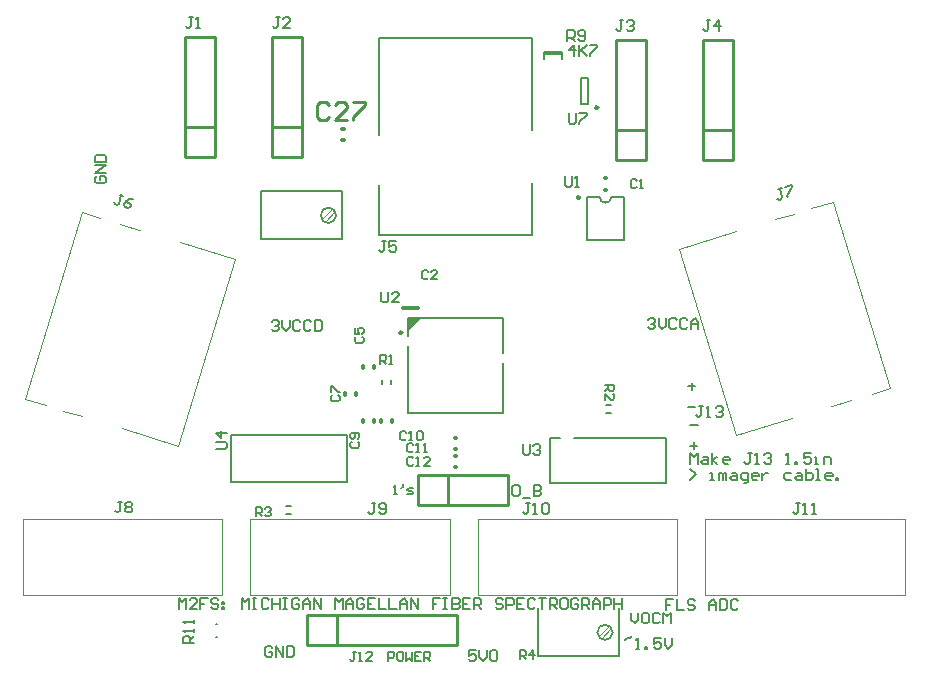
<source format=gto>
%FSLAX25Y25*%
%MOIN*%
G70*
G01*
G75*
G04 Layer_Color=65535*
%ADD10C,0.00605*%
%ADD11R,0.03347X0.05118*%
%ADD12R,0.07087X0.06299*%
%ADD13C,0.02000*%
%ADD14R,0.01378X0.05512*%
%ADD15R,0.15000X0.08500*%
%ADD16R,0.02756X0.01575*%
%ADD17R,0.03543X0.02756*%
%ADD18R,0.06496X0.00984*%
%ADD19R,0.06496X0.00984*%
%ADD20R,0.06000X0.06000*%
%ADD21R,0.02756X0.03543*%
%ADD22R,0.05000X0.06000*%
%ADD23R,0.06000X0.05000*%
%ADD24C,0.00800*%
%ADD25C,0.02000*%
%ADD26C,0.00425*%
%ADD27C,0.00500*%
%ADD28C,0.00400*%
%ADD29C,0.00600*%
%ADD30C,0.05000*%
%ADD31R,0.05906X0.05906*%
%ADD32C,0.05906*%
%ADD33C,0.14000*%
%ADD34C,0.07400*%
%ADD35P,0.08352X4X152.0*%
%ADD36P,0.08352X4X298.0*%
%ADD37R,0.02362X0.03740*%
%ADD38C,0.03000*%
%ADD39C,0.04000*%
%ADD40P,0.02165X8X22.5*%
%ADD41R,0.03740X0.02362*%
%ADD42R,0.03937X0.03937*%
%ADD43C,0.03937*%
G04:AMPARAMS|DCode=44|XSize=78.74mil|YSize=78.74mil|CornerRadius=19.69mil|HoleSize=0mil|Usage=FLASHONLY|Rotation=0.000|XOffset=0mil|YOffset=0mil|HoleType=Round|Shape=RoundedRectangle|*
%AMROUNDEDRECTD44*
21,1,0.07874,0.03937,0,0,0.0*
21,1,0.03937,0.07874,0,0,0.0*
1,1,0.03937,0.01969,-0.01969*
1,1,0.03937,-0.01969,-0.01969*
1,1,0.03937,-0.01969,0.01969*
1,1,0.03937,0.01969,0.01969*
%
%ADD44ROUNDEDRECTD44*%
%ADD45C,0.03500*%
%ADD46R,0.05200X0.05200*%
%ADD47C,0.05200*%
%ADD48R,0.05200X0.05200*%
%ADD49R,0.02000X0.02000*%
%ADD50C,0.13000*%
%ADD51C,0.01800*%
%ADD52C,0.04000*%
%ADD53C,0.02800*%
%ADD54C,0.04500*%
%ADD55C,0.05543*%
%ADD56C,0.14800*%
%ADD57C,0.08200*%
%ADD58C,0.05500*%
G04:AMPARAMS|DCode=59|XSize=68mil|YSize=68mil|CornerRadius=0mil|HoleSize=0mil|Usage=FLASHONLY|Rotation=0.000|XOffset=0mil|YOffset=0mil|HoleType=Round|Shape=Relief|Width=10mil|Gap=10mil|Entries=4|*
%AMTHD59*
7,0,0,0.06800,0.04800,0.01000,45*
%
%ADD59THD59*%
G04:AMPARAMS|DCode=60|XSize=40mil|YSize=40mil|CornerRadius=0mil|HoleSize=0mil|Usage=FLASHONLY|Rotation=0.000|XOffset=0mil|YOffset=0mil|HoleType=Round|Shape=Relief|Width=6mil|Gap=8mil|Entries=4|*
%AMTHD60*
7,0,0,0.04000,0.02400,0.00600,45*
%
%ADD60THD60*%
G04:AMPARAMS|DCode=61|XSize=52mil|YSize=52mil|CornerRadius=0mil|HoleSize=0mil|Usage=FLASHONLY|Rotation=0.000|XOffset=0mil|YOffset=0mil|HoleType=Round|Shape=Relief|Width=6mil|Gap=8mil|Entries=4|*
%AMTHD61*
7,0,0,0.05200,0.03600,0.00600,45*
%
%ADD61THD61*%
G04:AMPARAMS|DCode=62|XSize=20mil|YSize=20mil|CornerRadius=0mil|HoleSize=0mil|Usage=FLASHONLY|Rotation=0.000|XOffset=0mil|YOffset=0mil|HoleType=Round|Shape=Relief|Width=4mil|Gap=3mil|Entries=4|*
%AMTHD62*
7,0,0,0.02000,0.01400,0.00400,45*
%
%ADD62THD62*%
%ADD63C,0.04913*%
%ADD64C,0.07315*%
%ADD65C,0.04200*%
%ADD66C,0.05800*%
%ADD67C,0.11600*%
%ADD68C,0.00480*%
%ADD69C,0.00390*%
%ADD70R,0.07874X0.08661*%
%ADD71R,0.06000X0.06000*%
%ADD72C,0.02500*%
%ADD73C,0.01500*%
G04:AMPARAMS|DCode=74|XSize=98mil|YSize=98mil|CornerRadius=0mil|HoleSize=0mil|Usage=FLASHONLY|Rotation=0.000|XOffset=0mil|YOffset=0mil|HoleType=Round|Shape=Relief|Width=10mil|Gap=10mil|Entries=4|*
%AMTHD74*
7,0,0,0.09800,0.07800,0.01000,45*
%
%ADD74THD74*%
%ADD75R,0.07874X0.08661*%
%ADD76R,0.09252X0.12205*%
%ADD77R,0.06299X0.06693*%
%ADD78R,0.06299X0.06693*%
%ADD79C,0.01000*%
%ADD80C,0.00375*%
%ADD81R,0.02000X0.01000*%
%ADD82R,0.07000X0.19000*%
%ADD83R,0.01000X0.14000*%
%ADD84R,0.05000X0.15000*%
%ADD85R,0.02000X0.01500*%
%ADD86R,0.06000X0.03500*%
%ADD87R,0.00500X0.01500*%
%ADD88R,0.01500X0.03000*%
%ADD89R,0.07500X0.26000*%
%ADD90R,0.02362X0.03740*%
%ADD91R,0.02362X0.03740*%
%ADD92R,0.02362X0.03740*%
%ADD93R,0.02362X0.03740*%
%ADD94R,0.03740X0.02362*%
%ADD95R,0.03740X0.02362*%
%ADD96R,0.06000X0.02760*%
%ADD97R,0.02107X0.03100*%
%ADD98R,0.05000X0.14260*%
%ADD99R,0.01000X0.13760*%
%ADD100R,0.02000X0.02000*%
%ADD101C,0.00984*%
%ADD102C,0.00787*%
%ADD103C,0.00394*%
%ADD104C,0.01200*%
G36*
X228855Y225236D02*
Y229173D01*
X232792D01*
X228855Y225236D01*
D02*
G37*
D24*
X298928Y116500D02*
Y132500D01*
X272028Y116500D02*
X298928D01*
X272028D02*
Y132500D01*
X260351Y197677D02*
Y214323D01*
Y217677D02*
Y229173D01*
X228855Y197677D02*
Y219827D01*
Y223327D02*
Y229173D01*
X260351D01*
X179828Y255500D02*
Y271500D01*
Y255500D02*
X206728D01*
Y271500D01*
X179828D02*
X206728D01*
D28*
X319086Y252394D02*
X338091Y190234D01*
X370249Y268036D02*
X389253Y205876D01*
X338091Y190234D02*
X356547Y195877D01*
X369744Y199911D02*
X370031Y199999D01*
X319086Y252394D02*
X337926Y258154D01*
X383228Y204034D02*
X389253Y205876D01*
X370031Y199999D02*
X376343Y201929D01*
X363076Y265843D02*
X370249Y268036D01*
X351123Y262188D02*
X357339Y264089D01*
X113856Y198432D02*
X120072Y196532D01*
X100946Y202379D02*
X108118Y200186D01*
X132860Y260592D02*
X139172Y258662D01*
X119950Y264539D02*
X125975Y262697D01*
X133269Y192497D02*
X152108Y186737D01*
X139172Y258662D02*
X139459Y258575D01*
X152656Y254540D02*
X171112Y248897D01*
X100946Y202379D02*
X119950Y264539D01*
X152108Y186737D02*
X171112Y248897D01*
X293078Y122450D02*
X296478Y125850D01*
X292378Y123350D02*
X295678Y126650D01*
X200178Y262350D02*
X203478Y265650D01*
X200878Y261450D02*
X204278Y264850D01*
D29*
X296927Y124550D02*
G03*
X296927Y124550I-2550J0D01*
G01*
X204728Y263550D02*
G03*
X204728Y263550I-2550J0D01*
G01*
X283928Y189400D02*
X314728D01*
X276128D02*
X279328D01*
X276128Y174300D02*
Y189400D01*
X314728Y174300D02*
Y189400D01*
X276128Y174300D02*
X314728D01*
X169728Y190200D02*
X208328D01*
X169728Y174700D02*
Y190000D01*
Y174700D02*
X208328D01*
Y190100D01*
X157328Y120900D02*
X153729D01*
Y122699D01*
X154329Y123299D01*
X155529D01*
X156128Y122699D01*
Y120900D01*
Y122100D02*
X157328Y123299D01*
Y124499D02*
Y125698D01*
Y125099D01*
X153729D01*
X154329Y124499D01*
X157328Y127498D02*
Y128698D01*
Y128098D01*
X153729D01*
X154329Y127498D01*
X284027Y316700D02*
Y320299D01*
X282228Y318499D01*
X284627D01*
X285827Y320299D02*
Y316700D01*
Y317900D01*
X288226Y320299D01*
X286427Y318499D01*
X288226Y316700D01*
X289426Y320299D02*
X291825D01*
Y319699D01*
X289426Y317300D01*
Y316700D01*
X281828Y321600D02*
Y325199D01*
X283627D01*
X284227Y324599D01*
Y323399D01*
X283627Y322800D01*
X281828D01*
X283028D02*
X284227Y321600D01*
X285427Y322200D02*
X286027Y321600D01*
X287226D01*
X287826Y322200D01*
Y324599D01*
X287226Y325199D01*
X286027D01*
X285427Y324599D01*
Y323999D01*
X286027Y323399D01*
X287826D01*
X133682Y270064D02*
X132566Y270405D01*
X133124Y270234D01*
X132272Y267446D01*
X131543Y267059D01*
X130986Y267230D01*
X130598Y267958D01*
X137028Y269041D02*
X135742Y268824D01*
X134285Y268050D01*
X133944Y266935D01*
X134332Y266207D01*
X135447Y265865D01*
X136175Y266253D01*
X136346Y266810D01*
X135959Y267538D01*
X134285Y268050D01*
X353236Y272528D02*
X352120Y272187D01*
X352678Y272358D01*
X353531Y269569D01*
X353143Y268841D01*
X352586Y268671D01*
X351857Y269058D01*
X354351Y272869D02*
X356582Y273551D01*
X356752Y272993D01*
X355204Y270081D01*
X355374Y269523D01*
X156911Y329549D02*
X155744D01*
X156327D01*
Y326633D01*
X155744Y326050D01*
X155161D01*
X154578Y326633D01*
X158077Y326050D02*
X159243D01*
X158660D01*
Y329549D01*
X158077Y328966D01*
X221361Y254899D02*
X220194D01*
X220777D01*
Y251983D01*
X220194Y251400D01*
X219611D01*
X219028Y251983D01*
X224859Y254899D02*
X222527D01*
Y253149D01*
X223693Y253733D01*
X224276D01*
X224859Y253149D01*
Y251983D01*
X224276Y251400D01*
X223110D01*
X222527Y251983D01*
X164729Y185800D02*
X167645D01*
X168228Y186383D01*
Y187549D01*
X167645Y188133D01*
X164729D01*
X168228Y191048D02*
X164729D01*
X166479Y189299D01*
Y191631D01*
X267028Y187199D02*
Y184283D01*
X267611Y183700D01*
X268777D01*
X269361Y184283D01*
Y187199D01*
X270527Y186616D02*
X271110Y187199D01*
X272276D01*
X272860Y186616D01*
Y186033D01*
X272276Y185449D01*
X271693D01*
X272276D01*
X272860Y184866D01*
Y184283D01*
X272276Y183700D01*
X271110D01*
X270527Y184283D01*
X281028Y276499D02*
Y273583D01*
X281611Y273000D01*
X282777D01*
X283361Y273583D01*
Y276499D01*
X284527Y273000D02*
X285693D01*
X285110D01*
Y276499D01*
X284527Y275916D01*
X219528Y214000D02*
Y216999D01*
X221027D01*
X221527Y216499D01*
Y215499D01*
X221027Y215000D01*
X219528D01*
X220528D02*
X221527Y214000D01*
X222527D02*
X223527D01*
X223027D01*
Y216999D01*
X222527Y216499D01*
X329411Y328549D02*
X328244D01*
X328827D01*
Y325633D01*
X328244Y325050D01*
X327661D01*
X327078Y325633D01*
X332326Y325050D02*
Y328549D01*
X330577Y326799D01*
X332909D01*
X300411Y328549D02*
X299244D01*
X299827D01*
Y325633D01*
X299244Y325050D01*
X298661D01*
X298078Y325633D01*
X301577Y327966D02*
X302160Y328549D01*
X303326D01*
X303909Y327966D01*
Y327383D01*
X303326Y326799D01*
X302743D01*
X303326D01*
X303909Y326216D01*
Y325633D01*
X303326Y325050D01*
X302160D01*
X301577Y325633D01*
X185911Y329549D02*
X184744D01*
X185327D01*
Y326633D01*
X184744Y326050D01*
X184161D01*
X183578Y326633D01*
X189409Y326050D02*
X187077D01*
X189409Y328383D01*
Y328966D01*
X188826Y329549D01*
X187660D01*
X187077Y328966D01*
X224028Y170500D02*
X225028D01*
X224528D01*
Y173499D01*
X224028Y172999D01*
X227027Y173999D02*
Y172999D01*
X226527Y172499D01*
X228526Y170500D02*
X230026D01*
X230526Y171000D01*
X230026Y171500D01*
X229026D01*
X228526Y172000D01*
X229026Y172499D01*
X230526D01*
X177928Y163300D02*
Y166299D01*
X179428D01*
X179927Y165799D01*
Y164799D01*
X179428Y164300D01*
X177928D01*
X178928D02*
X179927Y163300D01*
X180927Y165799D02*
X181427Y166299D01*
X182427D01*
X182926Y165799D01*
Y165299D01*
X182427Y164799D01*
X181927D01*
X182427D01*
X182926Y164300D01*
Y163800D01*
X182427Y163300D01*
X181427D01*
X180927Y163800D01*
X294428Y207000D02*
X297427D01*
Y205501D01*
X296927Y205001D01*
X295928D01*
X295428Y205501D01*
Y207000D01*
Y206000D02*
X294428Y205001D01*
Y202002D02*
Y204001D01*
X296427Y202002D01*
X296927D01*
X297427Y202501D01*
Y203501D01*
X296927Y204001D01*
X265928Y115600D02*
Y118599D01*
X267427D01*
X267927Y118099D01*
Y117099D01*
X267427Y116600D01*
X265928D01*
X266928D02*
X267927Y115600D01*
X270427D02*
Y118599D01*
X268927Y117099D01*
X270926D01*
X133361Y167999D02*
X132194D01*
X132777D01*
Y165083D01*
X132194Y164500D01*
X131611D01*
X131028Y165083D01*
X134527Y167416D02*
X135110Y167999D01*
X136276D01*
X136860Y167416D01*
Y166833D01*
X136276Y166249D01*
X136860Y165666D01*
Y165083D01*
X136276Y164500D01*
X135110D01*
X134527Y165083D01*
Y165666D01*
X135110Y166249D01*
X134527Y166833D01*
Y167416D01*
X135110Y166249D02*
X136276D01*
X217861Y167499D02*
X216694D01*
X217277D01*
Y164583D01*
X216694Y164000D01*
X216111D01*
X215528Y164583D01*
X219027D02*
X219610Y164000D01*
X220776D01*
X221359Y164583D01*
Y166916D01*
X220776Y167499D01*
X219610D01*
X219027Y166916D01*
Y166333D01*
X219610Y165749D01*
X221359D01*
X269361Y167499D02*
X268194D01*
X268777D01*
Y164583D01*
X268194Y164000D01*
X267611D01*
X267028Y164583D01*
X270527Y164000D02*
X271693D01*
X271110D01*
Y167499D01*
X270527Y166916D01*
X273443D02*
X274026Y167499D01*
X275192D01*
X275775Y166916D01*
Y164583D01*
X275192Y164000D01*
X274026D01*
X273443Y164583D01*
Y166916D01*
X359361Y167499D02*
X358194D01*
X358777D01*
Y164583D01*
X358194Y164000D01*
X357611D01*
X357028Y164583D01*
X360527Y164000D02*
X361693D01*
X361110D01*
Y167499D01*
X360527Y166916D01*
X363443Y164000D02*
X364609D01*
X364026D01*
Y167499D01*
X363443Y166916D01*
X235527Y244699D02*
X235028Y245199D01*
X234028D01*
X233528Y244699D01*
Y242700D01*
X234028Y242200D01*
X235028D01*
X235527Y242700D01*
X238526Y242200D02*
X236527D01*
X238526Y244199D01*
Y244699D01*
X238027Y245199D01*
X237027D01*
X236527Y244699D01*
X211529Y222999D02*
X211029Y222499D01*
Y221500D01*
X211529Y221000D01*
X213528D01*
X214028Y221500D01*
Y222499D01*
X213528Y222999D01*
X211029Y225998D02*
Y223999D01*
X212528D01*
X212029Y224999D01*
Y225499D01*
X212528Y225998D01*
X213528D01*
X214028Y225499D01*
Y224499D01*
X213528Y223999D01*
X230527Y186999D02*
X230028Y187499D01*
X229028D01*
X228528Y186999D01*
Y185000D01*
X229028Y184500D01*
X230028D01*
X230527Y185000D01*
X231527Y184500D02*
X232527D01*
X232027D01*
Y187499D01*
X231527Y186999D01*
X234026Y184500D02*
X235026D01*
X234526D01*
Y187499D01*
X234026Y186999D01*
X203529Y203499D02*
X203029Y202999D01*
Y202000D01*
X203529Y201500D01*
X205528D01*
X206028Y202000D01*
Y202999D01*
X205528Y203499D01*
X203029Y204499D02*
Y206498D01*
X203529D01*
X205528Y204499D01*
X206028D01*
X230527Y182499D02*
X230028Y182999D01*
X229028D01*
X228528Y182499D01*
Y180500D01*
X229028Y180000D01*
X230028D01*
X230527Y180500D01*
X231527Y180000D02*
X232527D01*
X232027D01*
Y182999D01*
X231527Y182499D01*
X236026Y180000D02*
X234026D01*
X236026Y181999D01*
Y182499D01*
X235526Y182999D01*
X234526D01*
X234026Y182499D01*
X210029Y187999D02*
X209529Y187499D01*
Y186500D01*
X210029Y186000D01*
X212028D01*
X212528Y186500D01*
Y187499D01*
X212028Y187999D01*
Y188999D02*
X212528Y189499D01*
Y190499D01*
X212028Y190998D01*
X210029D01*
X209529Y190499D01*
Y189499D01*
X210029Y188999D01*
X210529D01*
X211029Y189499D01*
Y190998D01*
X228127Y190999D02*
X227627Y191499D01*
X226628D01*
X226128Y190999D01*
Y189000D01*
X226628Y188500D01*
X227627D01*
X228127Y189000D01*
X229127Y188500D02*
X230127D01*
X229627D01*
Y191499D01*
X229127Y190999D01*
X231626D02*
X232126Y191499D01*
X233126D01*
X233626Y190999D01*
Y189000D01*
X233126Y188500D01*
X232126D01*
X231626Y189000D01*
Y190999D01*
X305027Y274999D02*
X304527Y275499D01*
X303528D01*
X303028Y274999D01*
Y273000D01*
X303528Y272500D01*
X304527D01*
X305027Y273000D01*
X306027Y272500D02*
X307027D01*
X306527D01*
Y275499D01*
X306027Y274999D01*
X219828Y237999D02*
Y235083D01*
X220411Y234500D01*
X221577D01*
X222161Y235083D01*
Y237999D01*
X225659Y234500D02*
X223327D01*
X225659Y236833D01*
Y237416D01*
X225076Y237999D01*
X223910D01*
X223327Y237416D01*
X282228Y297499D02*
Y294500D01*
X282828Y293900D01*
X284027D01*
X284627Y294500D01*
Y297499D01*
X285827D02*
X288226D01*
Y296899D01*
X285827Y294500D01*
Y293900D01*
X222128Y115100D02*
Y118099D01*
X223627D01*
X224127Y117599D01*
Y116600D01*
X223627Y116100D01*
X222128D01*
X226627Y118099D02*
X225627D01*
X225127Y117599D01*
Y115600D01*
X225627Y115100D01*
X226627D01*
X227126Y115600D01*
Y117599D01*
X226627Y118099D01*
X228126D02*
Y115100D01*
X229126Y116100D01*
X230125Y115100D01*
Y118099D01*
X233124D02*
X231125D01*
Y115100D01*
X233124D01*
X231125Y116600D02*
X232125D01*
X234124Y115100D02*
Y118099D01*
X235624D01*
X236123Y117599D01*
Y116600D01*
X235624Y116100D01*
X234124D01*
X235124D02*
X236123Y115100D01*
X211227Y118099D02*
X210228D01*
X210728D01*
Y115600D01*
X210228Y115100D01*
X209728D01*
X209228Y115600D01*
X212227Y115100D02*
X213227D01*
X212727D01*
Y118099D01*
X212227Y117599D01*
X216726Y115100D02*
X214726D01*
X216726Y117099D01*
Y117599D01*
X216226Y118099D01*
X215226D01*
X214726Y117599D01*
X322828Y175400D02*
X324627Y177199D01*
X322828Y178999D01*
X329426Y175400D02*
X330626D01*
X330026D01*
Y177799D01*
X329426D01*
X332425Y175400D02*
Y177799D01*
X333025D01*
X333625Y177199D01*
Y175400D01*
Y177199D01*
X334224Y177799D01*
X334824Y177199D01*
Y175400D01*
X336624Y177799D02*
X337823D01*
X338423Y177199D01*
Y175400D01*
X336624D01*
X336024Y176000D01*
X336624Y176600D01*
X338423D01*
X340822Y174200D02*
X341422D01*
X342022Y174800D01*
Y177799D01*
X340222D01*
X339623Y177199D01*
Y176000D01*
X340222Y175400D01*
X342022D01*
X345021D02*
X343821D01*
X343221Y176000D01*
Y177199D01*
X343821Y177799D01*
X345021D01*
X345621Y177199D01*
Y176600D01*
X343221D01*
X346820Y177799D02*
Y175400D01*
Y176600D01*
X347420Y177199D01*
X348020Y177799D01*
X348620D01*
X356417D02*
X354618D01*
X354018Y177199D01*
Y176000D01*
X354618Y175400D01*
X356417D01*
X358217Y177799D02*
X359416D01*
X360016Y177199D01*
Y175400D01*
X358217D01*
X357617Y176000D01*
X358217Y176600D01*
X360016D01*
X361216Y178999D02*
Y175400D01*
X363015D01*
X363615Y176000D01*
Y176600D01*
Y177199D01*
X363015Y177799D01*
X361216D01*
X364814Y175400D02*
X366014D01*
X365414D01*
Y178999D01*
X364814D01*
X369613Y175400D02*
X368413D01*
X367813Y176000D01*
Y177199D01*
X368413Y177799D01*
X369613D01*
X370213Y177199D01*
Y176600D01*
X367813D01*
X371412Y175400D02*
Y176000D01*
X372012D01*
Y175400D01*
X371412D01*
X322828Y180700D02*
Y184299D01*
X324028Y183099D01*
X325227Y184299D01*
Y180700D01*
X327027Y183099D02*
X328226D01*
X328826Y182499D01*
Y180700D01*
X327027D01*
X326427Y181300D01*
X327027Y181900D01*
X328826D01*
X330026Y180700D02*
Y184299D01*
Y181900D02*
X331825Y183099D01*
X330026Y181900D02*
X331825Y180700D01*
X335424D02*
X334224D01*
X333625Y181300D01*
Y182499D01*
X334224Y183099D01*
X335424D01*
X336024Y182499D01*
Y181900D01*
X333625D01*
X343221Y184299D02*
X342022D01*
X342622D01*
Y181300D01*
X342022Y180700D01*
X341422D01*
X340822Y181300D01*
X344421Y180700D02*
X345621D01*
X345021D01*
Y184299D01*
X344421Y183699D01*
X347420D02*
X348020Y184299D01*
X349219D01*
X349819Y183699D01*
Y183099D01*
X349219Y182499D01*
X348620D01*
X349219D01*
X349819Y181900D01*
Y181300D01*
X349219Y180700D01*
X348020D01*
X347420Y181300D01*
X354618Y180700D02*
X355817D01*
X355218D01*
Y184299D01*
X354618Y183699D01*
X357617Y180700D02*
Y181300D01*
X358217D01*
Y180700D01*
X357617D01*
X363015Y184299D02*
X360616D01*
Y182499D01*
X361815Y183099D01*
X362415D01*
X363015Y182499D01*
Y181300D01*
X362415Y180700D01*
X361216D01*
X360616Y181300D01*
X364215Y180700D02*
X365414D01*
X364814D01*
Y183099D01*
X364215D01*
X367214Y180700D02*
Y183099D01*
X369013D01*
X369613Y182499D01*
Y180700D01*
X321928Y199499D02*
X324327D01*
X322028Y206599D02*
X324427D01*
X323228Y207799D02*
Y205400D01*
X327027Y199899D02*
X325828D01*
X326427D01*
Y196900D01*
X325828Y196300D01*
X325228D01*
X324628Y196900D01*
X328227Y196300D02*
X329427D01*
X328827D01*
Y199899D01*
X328227Y199299D01*
X331226D02*
X331826Y199899D01*
X333025D01*
X333625Y199299D01*
Y198699D01*
X333025Y198099D01*
X332425D01*
X333025D01*
X333625Y197500D01*
Y196900D01*
X333025Y196300D01*
X331826D01*
X331226Y196900D01*
X322828Y193599D02*
X325227D01*
X322728Y186699D02*
X325127D01*
X323928Y187899D02*
Y185500D01*
X308628Y228599D02*
X309228Y229199D01*
X310427D01*
X311027Y228599D01*
Y227999D01*
X310427Y227399D01*
X309828D01*
X310427D01*
X311027Y226800D01*
Y226200D01*
X310427Y225600D01*
X309228D01*
X308628Y226200D01*
X312227Y229199D02*
Y226800D01*
X313426Y225600D01*
X314626Y226800D01*
Y229199D01*
X318225Y228599D02*
X317625Y229199D01*
X316425D01*
X315826Y228599D01*
Y226200D01*
X316425Y225600D01*
X317625D01*
X318225Y226200D01*
X321824Y228599D02*
X321224Y229199D01*
X320024D01*
X319425Y228599D01*
Y226200D01*
X320024Y225600D01*
X321224D01*
X321824Y226200D01*
X323023Y225600D02*
Y227999D01*
X324223Y229199D01*
X325423Y227999D01*
Y225600D01*
Y227399D01*
X323023D01*
X183228Y227999D02*
X183828Y228599D01*
X185027D01*
X185627Y227999D01*
Y227399D01*
X185027Y226799D01*
X184428D01*
X185027D01*
X185627Y226200D01*
Y225600D01*
X185027Y225000D01*
X183828D01*
X183228Y225600D01*
X186827Y228599D02*
Y226200D01*
X188026Y225000D01*
X189226Y226200D01*
Y228599D01*
X192825Y227999D02*
X192225Y228599D01*
X191025D01*
X190426Y227999D01*
Y225600D01*
X191025Y225000D01*
X192225D01*
X192825Y225600D01*
X196424Y227999D02*
X195824Y228599D01*
X194624D01*
X194025Y227999D01*
Y225600D01*
X194624Y225000D01*
X195824D01*
X196424Y225600D01*
X197623Y228599D02*
Y225000D01*
X199423D01*
X200023Y225600D01*
Y227999D01*
X199423Y228599D01*
X197623D01*
X251327Y118599D02*
X248928D01*
Y116799D01*
X250128Y117399D01*
X250727D01*
X251327Y116799D01*
Y115600D01*
X250727Y115000D01*
X249528D01*
X248928Y115600D01*
X252527Y118599D02*
Y116200D01*
X253727Y115000D01*
X254926Y116200D01*
Y118599D01*
X256126Y117999D02*
X256726Y118599D01*
X257925D01*
X258525Y117999D01*
Y115600D01*
X257925Y115000D01*
X256726D01*
X256126Y115600D01*
Y117999D01*
X183527Y119299D02*
X182927Y119899D01*
X181728D01*
X181128Y119299D01*
Y116900D01*
X181728Y116300D01*
X182927D01*
X183527Y116900D01*
Y118099D01*
X182328D01*
X184727Y116300D02*
Y119899D01*
X187126Y116300D01*
Y119899D01*
X188326D02*
Y116300D01*
X190125D01*
X190725Y116900D01*
Y119299D01*
X190125Y119899D01*
X188326D01*
X301028Y121999D02*
X301628Y122599D01*
X302827D01*
X303427Y123199D01*
X304627Y119000D02*
X305826D01*
X305227D01*
Y122599D01*
X304627Y121999D01*
X307626Y119000D02*
Y119600D01*
X308226D01*
Y119000D01*
X307626D01*
X313024Y122599D02*
X310625D01*
Y120799D01*
X311824Y121399D01*
X312424D01*
X313024Y120799D01*
Y119600D01*
X312424Y119000D01*
X311225D01*
X310625Y119600D01*
X314224Y122599D02*
Y120200D01*
X315423Y119000D01*
X316623Y120200D01*
Y122599D01*
X265327Y173599D02*
X264128D01*
X263528Y172999D01*
Y170600D01*
X264128Y170000D01*
X265327D01*
X265927Y170600D01*
Y172999D01*
X265327Y173599D01*
X267127Y169400D02*
X269526D01*
X270726Y173599D02*
Y170000D01*
X272525D01*
X273125Y170600D01*
Y171200D01*
X272525Y171799D01*
X270726D01*
X272525D01*
X273125Y172399D01*
Y172999D01*
X272525Y173599D01*
X270726D01*
X303028Y131099D02*
Y128700D01*
X304228Y127500D01*
X305427Y128700D01*
Y131099D01*
X308426D02*
X307227D01*
X306627Y130499D01*
Y128100D01*
X307227Y127500D01*
X308426D01*
X309026Y128100D01*
Y130499D01*
X308426Y131099D01*
X312625Y130499D02*
X312025Y131099D01*
X310825D01*
X310226Y130499D01*
Y128100D01*
X310825Y127500D01*
X312025D01*
X312625Y128100D01*
X313825Y127500D02*
Y131099D01*
X315024Y129899D01*
X316224Y131099D01*
Y127500D01*
X152328Y132300D02*
Y135899D01*
X153528Y134699D01*
X154727Y135899D01*
Y132300D01*
X158326D02*
X155927D01*
X158326Y134699D01*
Y135299D01*
X157726Y135899D01*
X156527D01*
X155927Y135299D01*
X161925Y135899D02*
X159526D01*
Y134099D01*
X160725D01*
X159526D01*
Y132300D01*
X165524Y135299D02*
X164924Y135899D01*
X163724D01*
X163125Y135299D01*
Y134699D01*
X163724Y134099D01*
X164924D01*
X165524Y133500D01*
Y132900D01*
X164924Y132300D01*
X163724D01*
X163125Y132900D01*
X166723Y134699D02*
X167323D01*
Y134099D01*
X166723D01*
Y134699D01*
Y132900D02*
X167323D01*
Y132300D01*
X166723D01*
Y132900D01*
X173321Y132300D02*
Y135899D01*
X174521Y134699D01*
X175721Y135899D01*
Y132300D01*
X176920Y135899D02*
X178120D01*
X177520D01*
Y132300D01*
X176920D01*
X178120D01*
X182318Y135299D02*
X181719Y135899D01*
X180519D01*
X179919Y135299D01*
Y132900D01*
X180519Y132300D01*
X181719D01*
X182318Y132900D01*
X183518Y135899D02*
Y132300D01*
Y134099D01*
X185917D01*
Y135899D01*
Y132300D01*
X187117Y135899D02*
X188316D01*
X187717D01*
Y132300D01*
X187117D01*
X188316D01*
X192515Y135299D02*
X191915Y135899D01*
X190716D01*
X190116Y135299D01*
Y132900D01*
X190716Y132300D01*
X191915D01*
X192515Y132900D01*
Y134099D01*
X191315D01*
X193715Y132300D02*
Y134699D01*
X194914Y135899D01*
X196114Y134699D01*
Y132300D01*
Y134099D01*
X193715D01*
X197313Y132300D02*
Y135899D01*
X199713Y132300D01*
Y135899D01*
X204511Y132300D02*
Y135899D01*
X205711Y134699D01*
X206910Y135899D01*
Y132300D01*
X208110D02*
Y134699D01*
X209310Y135899D01*
X210509Y134699D01*
Y132300D01*
Y134099D01*
X208110D01*
X214108Y135299D02*
X213508Y135899D01*
X212309D01*
X211709Y135299D01*
Y132900D01*
X212309Y132300D01*
X213508D01*
X214108Y132900D01*
Y134099D01*
X212909D01*
X217707Y135899D02*
X215308D01*
Y132300D01*
X217707D01*
X215308Y134099D02*
X216507D01*
X218906Y135899D02*
Y132300D01*
X221306D01*
X222505Y135899D02*
Y132300D01*
X224905D01*
X226104D02*
Y134699D01*
X227304Y135899D01*
X228503Y134699D01*
Y132300D01*
Y134099D01*
X226104D01*
X229703Y132300D02*
Y135899D01*
X232102Y132300D01*
Y135899D01*
X239300D02*
X236901D01*
Y134099D01*
X238100D01*
X236901D01*
Y132300D01*
X240500Y135899D02*
X241699D01*
X241099D01*
Y132300D01*
X240500D01*
X241699D01*
X243499Y135899D02*
Y132300D01*
X245298D01*
X245898Y132900D01*
Y133500D01*
X245298Y134099D01*
X243499D01*
X245298D01*
X245898Y134699D01*
Y135299D01*
X245298Y135899D01*
X243499D01*
X249497D02*
X247097D01*
Y132300D01*
X249497D01*
X247097Y134099D02*
X248297D01*
X250696Y132300D02*
Y135899D01*
X252496D01*
X253096Y135299D01*
Y134099D01*
X252496Y133500D01*
X250696D01*
X251896D02*
X253096Y132300D01*
X260293Y135299D02*
X259693Y135899D01*
X258494D01*
X257894Y135299D01*
Y134699D01*
X258494Y134099D01*
X259693D01*
X260293Y133500D01*
Y132900D01*
X259693Y132300D01*
X258494D01*
X257894Y132900D01*
X261493Y132300D02*
Y135899D01*
X263292D01*
X263892Y135299D01*
Y134099D01*
X263292Y133500D01*
X261493D01*
X267491Y135899D02*
X265092D01*
Y132300D01*
X267491D01*
X265092Y134099D02*
X266291D01*
X271090Y135299D02*
X270490Y135899D01*
X269290D01*
X268690Y135299D01*
Y132900D01*
X269290Y132300D01*
X270490D01*
X271090Y132900D01*
X272289Y135899D02*
X274689D01*
X273489D01*
Y132300D01*
X275888D02*
Y135899D01*
X277688D01*
X278287Y135299D01*
Y134099D01*
X277688Y133500D01*
X275888D01*
X277088D02*
X278287Y132300D01*
X281286Y135899D02*
X280087D01*
X279487Y135299D01*
Y132900D01*
X280087Y132300D01*
X281286D01*
X281886Y132900D01*
Y135299D01*
X281286Y135899D01*
X285485Y135299D02*
X284885Y135899D01*
X283686D01*
X283086Y135299D01*
Y132900D01*
X283686Y132300D01*
X284885D01*
X285485Y132900D01*
Y134099D01*
X284285D01*
X286685Y132300D02*
Y135899D01*
X288484D01*
X289084Y135299D01*
Y134099D01*
X288484Y133500D01*
X286685D01*
X287884D02*
X289084Y132300D01*
X290283D02*
Y134699D01*
X291483Y135899D01*
X292683Y134699D01*
Y132300D01*
Y134099D01*
X290283D01*
X293882Y132300D02*
Y135899D01*
X295682D01*
X296282Y135299D01*
Y134099D01*
X295682Y133500D01*
X293882D01*
X297481Y135899D02*
Y132300D01*
Y134099D01*
X299880D01*
Y135899D01*
Y132300D01*
X317127Y135499D02*
X314728D01*
Y133699D01*
X315928D01*
X314728D01*
Y131900D01*
X318327Y135499D02*
Y131900D01*
X320726D01*
X324325Y134899D02*
X323725Y135499D01*
X322526D01*
X321926Y134899D01*
Y134299D01*
X322526Y133699D01*
X323725D01*
X324325Y133100D01*
Y132500D01*
X323725Y131900D01*
X322526D01*
X321926Y132500D01*
X329123Y131900D02*
Y134299D01*
X330323Y135499D01*
X331523Y134299D01*
Y131900D01*
Y133699D01*
X329123D01*
X332722Y135499D02*
Y131900D01*
X334522D01*
X335121Y132500D01*
Y134899D01*
X334522Y135499D01*
X332722D01*
X338720Y134899D02*
X338121Y135499D01*
X336921D01*
X336321Y134899D01*
Y132500D01*
X336921Y131900D01*
X338121D01*
X338720Y132500D01*
X124929Y276599D02*
X124329Y275999D01*
Y274800D01*
X124929Y274200D01*
X127328D01*
X127928Y274800D01*
Y275999D01*
X127328Y276599D01*
X126129D01*
Y275400D01*
X127928Y277799D02*
X124329D01*
X127928Y280198D01*
X124329D01*
Y281398D02*
X127928D01*
Y283197D01*
X127328Y283797D01*
X124929D01*
X124329Y283197D01*
Y281398D01*
D79*
X242028Y167000D02*
Y177000D01*
X232028Y167000D02*
Y177000D01*
X262028D01*
Y167000D02*
Y177000D01*
X232028Y167000D02*
X262028D01*
X154528Y293000D02*
X164528D01*
X154528Y283000D02*
X164528D01*
X154528D02*
Y323000D01*
X164528D01*
Y283000D02*
Y323000D01*
X183528Y293000D02*
X193528D01*
X183528Y283000D02*
X193528D01*
X183528D02*
Y323000D01*
X193528D01*
Y283000D02*
Y323000D01*
X298028Y292000D02*
X308028D01*
X298028Y282000D02*
X308028D01*
X298028D02*
Y322000D01*
X308028D01*
Y282000D02*
Y322000D01*
X327028Y292000D02*
X337028D01*
X327028Y282000D02*
X337028D01*
X327028D02*
Y322000D01*
X337028D01*
Y282000D02*
Y322000D01*
X204928Y120300D02*
Y130300D01*
X194928Y120300D02*
Y130300D01*
X244928D01*
Y120300D02*
Y130300D01*
X194928Y120300D02*
X244928D01*
X202327Y300198D02*
X201327Y301198D01*
X199328D01*
X198328Y300198D01*
Y296200D01*
X199328Y295200D01*
X201327D01*
X202327Y296200D01*
X208325Y295200D02*
X204326D01*
X208325Y299199D01*
Y300198D01*
X207325Y301198D01*
X205326D01*
X204326Y300198D01*
X210324Y301198D02*
X214323D01*
Y300198D01*
X210324Y296200D01*
Y295200D01*
D101*
X292056Y299488D02*
G03*
X292056Y299488I-492J0D01*
G01*
X226788Y224449D02*
G03*
X226788Y224449I-492J0D01*
G01*
X286028Y269500D02*
G03*
X286028Y269500I-492J0D01*
G01*
D102*
X292494Y269783D02*
G03*
X296562Y269783I2034J0D01*
G01*
X164631Y127165D02*
X165025D01*
X164631Y122835D02*
X165025D01*
X270028Y292100D02*
Y322500D01*
Y257000D02*
Y274300D01*
X219028Y290300D02*
Y322500D01*
Y257000D02*
Y273700D01*
Y257000D02*
X270028D01*
X219028Y322500D02*
X270028D01*
X273878Y317233D02*
X280178D01*
X273878Y317981D02*
X280178D01*
X273878Y315619D02*
Y317981D01*
X280178Y315619D02*
Y317981D01*
X286347Y300669D02*
X288709D01*
X286347Y309331D02*
X288709D01*
Y300669D02*
Y309331D01*
X286347Y300669D02*
Y309331D01*
X228855Y197677D02*
X260351D01*
X228855Y225236D02*
X232792Y229173D01*
X220150Y207213D02*
Y208787D01*
X222906Y207213D02*
Y208787D01*
X288426Y269783D02*
X292494D01*
X296562D02*
X300630D01*
X288426Y255216D02*
X300630D01*
X288426D02*
Y269783D01*
X300630Y255216D02*
Y269783D01*
X188141Y163922D02*
X189715D01*
X188141Y166678D02*
X189715D01*
X294641Y200378D02*
X296215D01*
X294641Y197622D02*
X296215D01*
D103*
X100268Y162417D02*
X166804D01*
Y136996D02*
Y162417D01*
X100268Y136996D02*
Y162417D01*
Y136996D02*
X166804D01*
X176094Y162417D02*
X242629D01*
Y136996D02*
Y162417D01*
X176094Y136996D02*
Y162417D01*
Y136996D02*
X242629D01*
X251919Y162417D02*
X318455D01*
Y136996D02*
Y162417D01*
X251919Y136996D02*
Y162417D01*
Y136996D02*
X318455D01*
X327745Y162417D02*
X394280D01*
Y136996D02*
Y162417D01*
X327745Y136996D02*
Y162417D01*
Y136996D02*
X394280D01*
D104*
X227028Y232500D02*
X232028D01*
X213628Y212700D02*
Y213200D01*
X217428Y212700D02*
Y213200D01*
X244328Y185600D02*
X244828D01*
X244328Y189400D02*
X244828D01*
X207628Y203700D02*
Y204200D01*
X211428Y203700D02*
Y204200D01*
X244228Y183400D02*
X244728D01*
X244228Y179600D02*
X244728D01*
X217428Y194800D02*
Y195300D01*
X213628Y194800D02*
Y195300D01*
X219628Y194700D02*
Y195200D01*
X223428Y194700D02*
Y195200D01*
X294228Y275900D02*
X294728D01*
X294228Y272100D02*
X294728D01*
X206728Y288500D02*
X207228D01*
X206728Y292300D02*
X207228D01*
M02*

</source>
